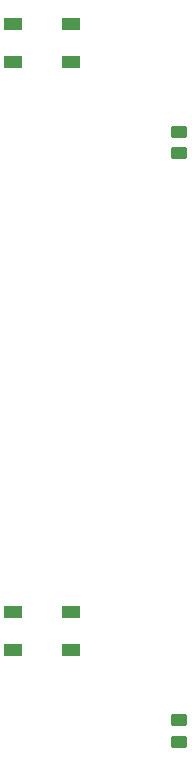
<source format=gbr>
%TF.GenerationSoftware,KiCad,Pcbnew,(6.0.11)*%
%TF.CreationDate,2023-10-15T10:12:36-04:00*%
%TF.ProjectId,MaxDuino_R1.4_Panelized,4d617844-7569-46e6-9f5f-52312e345f50,1.4*%
%TF.SameCoordinates,Original*%
%TF.FileFunction,Paste,Top*%
%TF.FilePolarity,Positive*%
%FSLAX46Y46*%
G04 Gerber Fmt 4.6, Leading zero omitted, Abs format (unit mm)*
G04 Created by KiCad (PCBNEW (6.0.11)) date 2023-10-15 10:12:36*
%MOMM*%
%LPD*%
G01*
G04 APERTURE LIST*
G04 Aperture macros list*
%AMRoundRect*
0 Rectangle with rounded corners*
0 $1 Rounding radius*
0 $2 $3 $4 $5 $6 $7 $8 $9 X,Y pos of 4 corners*
0 Add a 4 corners polygon primitive as box body*
4,1,4,$2,$3,$4,$5,$6,$7,$8,$9,$2,$3,0*
0 Add four circle primitives for the rounded corners*
1,1,$1+$1,$2,$3*
1,1,$1+$1,$4,$5*
1,1,$1+$1,$6,$7*
1,1,$1+$1,$8,$9*
0 Add four rect primitives between the rounded corners*
20,1,$1+$1,$2,$3,$4,$5,0*
20,1,$1+$1,$4,$5,$6,$7,0*
20,1,$1+$1,$6,$7,$8,$9,0*
20,1,$1+$1,$8,$9,$2,$3,0*%
G04 Aperture macros list end*
%ADD10R,1.500000X1.000000*%
%ADD11RoundRect,0.250000X0.450000X-0.262500X0.450000X0.262500X-0.450000X0.262500X-0.450000X-0.262500X0*%
G04 APERTURE END LIST*
D10*
%TO.C,D4*%
X41605200Y-26813800D03*
X41605200Y-30013800D03*
X46505200Y-30013800D03*
X46505200Y-26813800D03*
%TD*%
%TO.C,D4*%
X41605200Y-76648600D03*
X41605200Y-79848600D03*
X46505200Y-79848600D03*
X46505200Y-76648600D03*
%TD*%
D11*
%TO.C,R14*%
X55637600Y-87593900D03*
X55637600Y-85768900D03*
%TD*%
%TO.C,R14*%
X55637600Y-37759100D03*
X55637600Y-35934100D03*
%TD*%
M02*

</source>
